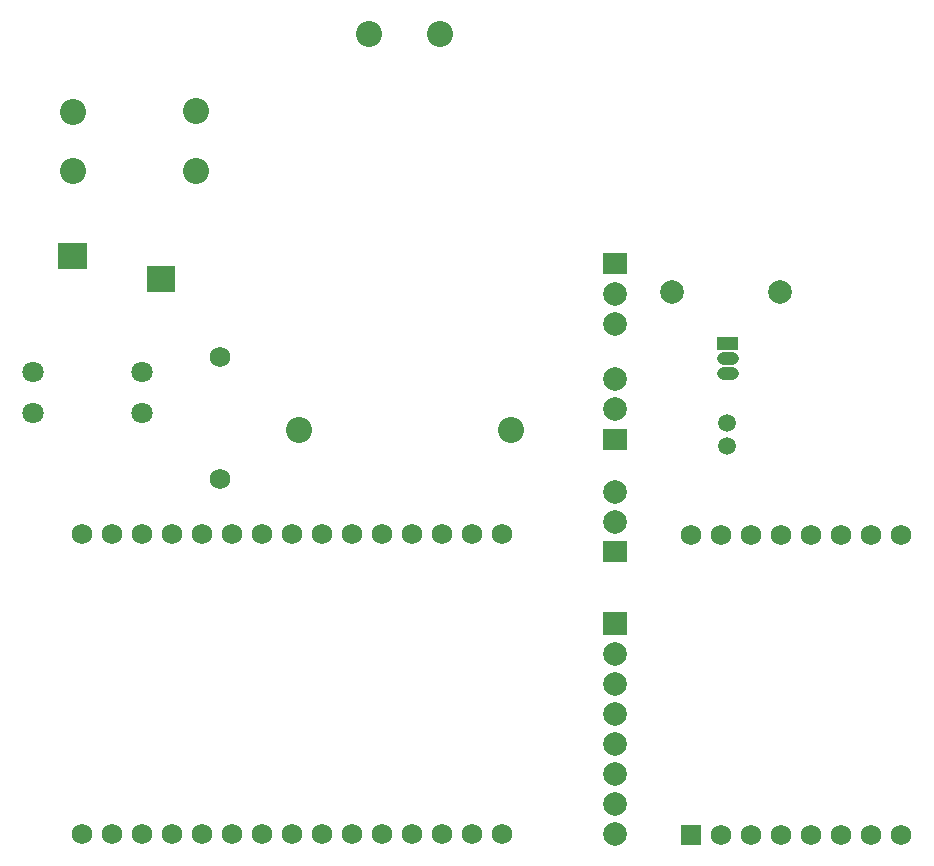
<source format=gbs>
G04 Layer: BottomSolderMaskLayer*
G04 EasyEDA v6.4.17, 2021-03-27T11:51:15+01:00*
G04 529596ce29184b6dae0a6c6abc880a80,a5e8219e36ff45ba9783bf595b991e38,10*
G04 Gerber Generator version 0.2*
G04 Scale: 100 percent, Rotated: No, Reflected: No *
G04 Dimensions in millimeters *
G04 leading zeros omitted , absolute positions ,4 integer and 5 decimal *
%FSLAX45Y45*%
%MOMM*%

%ADD28C,1.1032*%
%ADD29R,1.7272X1.7272*%
%ADD30C,1.7272*%
%ADD32C,2.0032*%
%ADD34C,1.8032*%
%ADD35C,2.2032*%
%ADD37C,1.5032*%

%LPD*%
D28*
X6575501Y-3225800D02*
G01*
X6505501Y-3225800D01*
X6575501Y-3098800D02*
G01*
X6505501Y-3098800D01*
D29*
G01*
X6235700Y-7137400D03*
D30*
G01*
X6489700Y-7137400D03*
G01*
X6743700Y-7137400D03*
G01*
X6997700Y-7137400D03*
G01*
X7251700Y-7137400D03*
G01*
X7505700Y-7137400D03*
G01*
X7759700Y-7137400D03*
G01*
X8013700Y-7137400D03*
G01*
X8013700Y-4597400D03*
G01*
X7759700Y-4597400D03*
G01*
X7505700Y-4597400D03*
G01*
X7251700Y-4597400D03*
G01*
X6997700Y-4597400D03*
G01*
X6743700Y-4597400D03*
G01*
X6489700Y-4597400D03*
G01*
X6235700Y-4597400D03*
G36*
X875029Y-2343150D02*
G01*
X875029Y-2122170D01*
X1116329Y-2122170D01*
X1116329Y-2343150D01*
G37*
G36*
X1624329Y-2543810D02*
G01*
X1624329Y-2322829D01*
X1865629Y-2322829D01*
X1865629Y-2543810D01*
G37*
D32*
G01*
X5588000Y-3276600D03*
G01*
X5588000Y-3530600D03*
G36*
X5487924Y-3873500D02*
G01*
X5487924Y-3695700D01*
X5688075Y-3695700D01*
X5688075Y-3873500D01*
G37*
G01*
X5588000Y-4229100D03*
G01*
X5588000Y-4483100D03*
G36*
X5487924Y-4826000D02*
G01*
X5487924Y-4648200D01*
X5688075Y-4648200D01*
X5688075Y-4826000D01*
G37*
G01*
X5588000Y-2806700D03*
G01*
X5588000Y-2552700D03*
G36*
X5487924Y-2387600D02*
G01*
X5487924Y-2209800D01*
X5688075Y-2209800D01*
X5688075Y-2387600D01*
G37*
D34*
G01*
X660400Y-3215894D03*
G01*
X660400Y-3565905D03*
G01*
X1587500Y-3215894D03*
G01*
X1587500Y-3565905D03*
D35*
G01*
X2044700Y-1511300D03*
G01*
X2044700Y-1003300D03*
G36*
X5487924Y-5446776D02*
G01*
X5487924Y-5246623D01*
X5688075Y-5246623D01*
X5688075Y-5446776D01*
G37*
D32*
G01*
X5588000Y-5600700D03*
G01*
X5588000Y-5854700D03*
G01*
X5588000Y-6108700D03*
G01*
X5588000Y-6362700D03*
G01*
X5588000Y-6616700D03*
G01*
X5588000Y-6870700D03*
G01*
X5588000Y-7124700D03*
D35*
G01*
X1003300Y-1016000D03*
G01*
X1003300Y-1516126D03*
D32*
G01*
X6067806Y-2540000D03*
G01*
X6987793Y-2540000D03*
D35*
G01*
X2910001Y-3712006D03*
G01*
X4709998Y-3712006D03*
G01*
X3510000Y-352018D03*
G01*
X4109999Y-352018D03*
D30*
G01*
X2247900Y-4121810D03*
G01*
X2247900Y-3091789D03*
G01*
X4635500Y-4584700D03*
G01*
X4381500Y-4584700D03*
G01*
X4127500Y-4584700D03*
G01*
X3873500Y-4584700D03*
G01*
X3619500Y-4584700D03*
G01*
X3365500Y-4584700D03*
G01*
X3111500Y-4584700D03*
G01*
X2857500Y-4584700D03*
G01*
X2603500Y-4584700D03*
G01*
X2349500Y-4584700D03*
G01*
X2095500Y-4584700D03*
G01*
X1841500Y-4584700D03*
G01*
X1587500Y-4584700D03*
G01*
X1333500Y-4584700D03*
G01*
X1079500Y-4584700D03*
G01*
X1079500Y-7124700D03*
G01*
X1333500Y-7124700D03*
G01*
X1587500Y-7124700D03*
G01*
X1841500Y-7124700D03*
G01*
X2095500Y-7124700D03*
G01*
X2349500Y-7124700D03*
G01*
X2603500Y-7124700D03*
G01*
X2857500Y-7124700D03*
G01*
X3111500Y-7124700D03*
G01*
X3365500Y-7124700D03*
G01*
X3619500Y-7124700D03*
G01*
X3873500Y-7124700D03*
G01*
X4127500Y-7124700D03*
G01*
X4381500Y-7124700D03*
G01*
X4635500Y-7124700D03*
D37*
G01*
X6540500Y-3646500D03*
G01*
X6540500Y-3846499D03*
G36*
X6450329Y-3026918D02*
G01*
X6450329Y-2916681D01*
X6630670Y-2916681D01*
X6630670Y-3026918D01*
G37*
M02*

</source>
